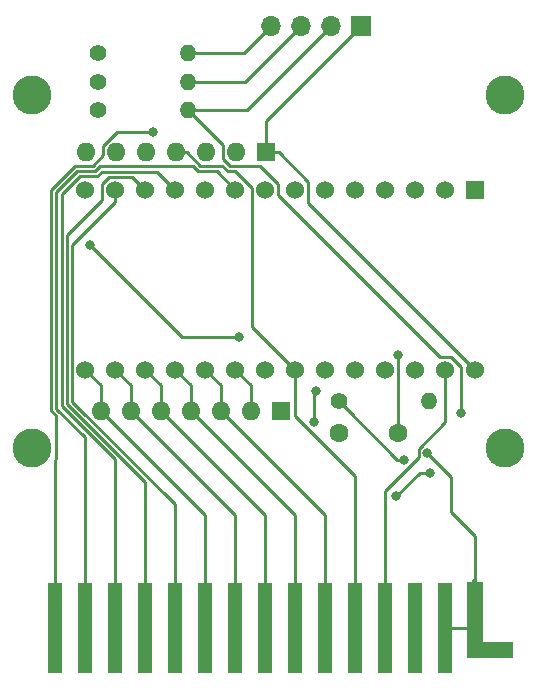
<source format=gbl>
G04 #@! TF.GenerationSoftware,KiCad,Pcbnew,(5.1.8)-1*
G04 #@! TF.CreationDate,2021-12-18T01:10:41-08:00*
G04 #@! TF.ProjectId,ensoniq-cartridge,656e736f-6e69-4712-9d63-617274726964,rev?*
G04 #@! TF.SameCoordinates,Original*
G04 #@! TF.FileFunction,Copper,L2,Bot*
G04 #@! TF.FilePolarity,Positive*
%FSLAX46Y46*%
G04 Gerber Fmt 4.6, Leading zero omitted, Abs format (unit mm)*
G04 Created by KiCad (PCBNEW (5.1.8)-1) date 2021-12-18 01:10:41*
%MOMM*%
%LPD*%
G01*
G04 APERTURE LIST*
G04 #@! TA.AperFunction,ComponentPad*
%ADD10R,1.524000X1.524000*%
G04 #@! TD*
G04 #@! TA.AperFunction,ComponentPad*
%ADD11C,1.524000*%
G04 #@! TD*
G04 #@! TA.AperFunction,ComponentPad*
%ADD12O,1.400000X1.400000*%
G04 #@! TD*
G04 #@! TA.AperFunction,ComponentPad*
%ADD13C,1.400000*%
G04 #@! TD*
G04 #@! TA.AperFunction,ComponentPad*
%ADD14C,1.600000*%
G04 #@! TD*
G04 #@! TA.AperFunction,ConnectorPad*
%ADD15C,0.100000*%
G04 #@! TD*
G04 #@! TA.AperFunction,ConnectorPad*
%ADD16R,1.270000X7.620000*%
G04 #@! TD*
G04 #@! TA.AperFunction,ComponentPad*
%ADD17O,1.700000X1.700000*%
G04 #@! TD*
G04 #@! TA.AperFunction,ComponentPad*
%ADD18R,1.700000X1.700000*%
G04 #@! TD*
G04 #@! TA.AperFunction,ComponentPad*
%ADD19R,1.600000X1.600000*%
G04 #@! TD*
G04 #@! TA.AperFunction,ComponentPad*
%ADD20O,1.600000X1.600000*%
G04 #@! TD*
G04 #@! TA.AperFunction,ViaPad*
%ADD21C,3.302000*%
G04 #@! TD*
G04 #@! TA.AperFunction,ViaPad*
%ADD22C,0.800000*%
G04 #@! TD*
G04 #@! TA.AperFunction,Conductor*
%ADD23C,0.250000*%
G04 #@! TD*
G04 APERTURE END LIST*
D10*
X137833100Y-92468700D03*
D11*
X135293100Y-92468700D03*
X132753100Y-92468700D03*
X130213100Y-92468700D03*
X127673100Y-92468700D03*
X125133100Y-92468700D03*
X122593100Y-92468700D03*
X120053100Y-92468700D03*
X117513100Y-92468700D03*
X114973100Y-92468700D03*
X112433100Y-92468700D03*
X109893100Y-92468700D03*
X107353100Y-92468700D03*
X104813100Y-92468700D03*
X104813100Y-107708700D03*
X107353100Y-107708700D03*
X109893100Y-107708700D03*
X112433100Y-107708700D03*
X114973100Y-107708700D03*
X117513100Y-107708700D03*
X120053100Y-107708700D03*
X122593100Y-107708700D03*
X125133100Y-107708700D03*
X127673100Y-107708700D03*
X130213100Y-107708700D03*
X132753100Y-107708700D03*
X135293100Y-107708700D03*
X137833100Y-107708700D03*
D12*
X113538000Y-83312000D03*
D13*
X105918000Y-83312000D03*
D12*
X113538000Y-80899000D03*
D13*
X105918000Y-80899000D03*
D12*
X113538000Y-85725000D03*
D13*
X105918000Y-85725000D03*
D14*
X131288800Y-113080800D03*
X126288800Y-113080800D03*
G04 #@! TA.AperFunction,ConnectorPad*
D15*
G36*
X138439755Y-125680961D02*
G01*
X138449134Y-125683806D01*
X138457779Y-125688427D01*
X138465355Y-125694645D01*
X138471573Y-125702221D01*
X138476194Y-125710866D01*
X138479039Y-125720245D01*
X138480000Y-125730000D01*
X138480000Y-130760000D01*
X140970000Y-130760000D01*
X140979755Y-130760961D01*
X140989134Y-130763806D01*
X140997779Y-130768427D01*
X141005355Y-130774645D01*
X141011573Y-130782221D01*
X141016194Y-130790866D01*
X141019039Y-130800245D01*
X141020000Y-130810000D01*
X141020000Y-132080000D01*
X141019039Y-132089755D01*
X141016194Y-132099134D01*
X141011573Y-132107779D01*
X141005355Y-132115355D01*
X140997779Y-132121573D01*
X140989134Y-132126194D01*
X140979755Y-132129039D01*
X140970000Y-132130000D01*
X137160000Y-132130000D01*
X137150245Y-132129039D01*
X137140866Y-132126194D01*
X137132221Y-132121573D01*
X137124645Y-132115355D01*
X137118427Y-132107779D01*
X137113806Y-132099134D01*
X137110961Y-132089755D01*
X137110000Y-132080000D01*
X137110000Y-125730000D01*
X137110961Y-125720245D01*
X137113806Y-125710866D01*
X137118427Y-125702221D01*
X137124645Y-125694645D01*
X137132221Y-125688427D01*
X137140866Y-125683806D01*
X137150245Y-125680961D01*
X137160000Y-125680000D01*
X138430000Y-125680000D01*
X138439755Y-125680961D01*
G37*
G04 #@! TD.AperFunction*
D16*
X135255000Y-129540000D03*
X132715000Y-129540000D03*
X130175000Y-129540000D03*
X127635000Y-129540000D03*
X125095000Y-129540000D03*
X122555000Y-129540000D03*
X120015000Y-129540000D03*
X117475000Y-129540000D03*
X114935000Y-129540000D03*
X112395000Y-129540000D03*
X109855000Y-129540000D03*
X107315000Y-129540000D03*
X104775000Y-129540000D03*
X102235000Y-129540000D03*
D12*
X133959600Y-110388400D03*
D13*
X126339600Y-110388400D03*
D17*
X120548400Y-78587600D03*
X123088400Y-78587600D03*
X125628400Y-78587600D03*
D18*
X128168400Y-78587600D03*
D19*
X121386600Y-111201200D03*
D20*
X118846600Y-111201200D03*
X116306600Y-111201200D03*
X113766600Y-111201200D03*
X111226600Y-111201200D03*
X108686600Y-111201200D03*
X106146600Y-111201200D03*
X104902000Y-89306400D03*
X107442000Y-89306400D03*
X109982000Y-89306400D03*
X112522000Y-89306400D03*
X115062000Y-89306400D03*
X117602000Y-89306400D03*
D19*
X120142000Y-89306400D03*
D21*
X140335000Y-114300000D03*
X100330000Y-84455000D03*
X100330000Y-114300000D03*
X140335000Y-84455000D03*
D22*
X105257600Y-97129600D03*
X117805200Y-104902000D03*
X131318000Y-106426000D03*
X133756400Y-114757200D03*
X131775200Y-115316000D03*
X124155200Y-112115600D03*
X124311550Y-109470368D03*
X110591600Y-87579200D03*
X131165600Y-118414800D03*
X133986467Y-116418987D03*
X136652000Y-111404400D03*
D23*
X135255000Y-129540000D02*
X135255000Y-127000000D01*
X137795000Y-129540000D02*
X137795000Y-126365000D01*
X137668000Y-129413000D02*
X137668000Y-125476000D01*
X137668000Y-129413000D02*
X137795000Y-129540000D01*
X135255000Y-129540000D02*
X137795000Y-129540000D01*
X113030000Y-104902000D02*
X117805200Y-104902000D01*
X105257600Y-97129600D02*
X113030000Y-104902000D01*
X131318000Y-106426000D02*
X131318000Y-113051600D01*
X131318000Y-113051600D02*
X131288800Y-113080800D01*
X137795000Y-129540000D02*
X137795000Y-121793000D01*
X135788400Y-119786400D02*
X135788400Y-116789200D01*
X137795000Y-121793000D02*
X135788400Y-119786400D01*
X135788400Y-116789200D02*
X133756400Y-114757200D01*
X120142000Y-86614000D02*
X128168400Y-78587600D01*
X120142000Y-89306400D02*
X120142000Y-86614000D01*
X123680101Y-93555701D02*
X137833100Y-107708700D01*
X123680101Y-91794501D02*
X123680101Y-93555701D01*
X121192000Y-89306400D02*
X123680101Y-91794501D01*
X120142000Y-89306400D02*
X121192000Y-89306400D01*
X118846600Y-109042200D02*
X117513100Y-107708700D01*
X118846600Y-111201200D02*
X118846600Y-109042200D01*
X127039599Y-111088399D02*
X126339600Y-110388400D01*
X131209515Y-115316000D02*
X127039599Y-111146084D01*
X131775200Y-115316000D02*
X131209515Y-115316000D01*
X127039599Y-111146084D02*
X127039599Y-111088399D01*
X124155200Y-109626718D02*
X124311550Y-109470368D01*
X124155200Y-112115600D02*
X124155200Y-109626718D01*
X112395000Y-129540000D02*
X112395000Y-119114602D01*
X112395000Y-119114602D02*
X103726099Y-110445701D01*
X103726099Y-110445701D02*
X103726099Y-97173331D01*
X103726099Y-97173331D02*
X107353100Y-93546330D01*
X107353100Y-93546330D02*
X107353100Y-92468700D01*
X103276088Y-110632101D02*
X103276088Y-96317112D01*
X109855000Y-129540000D02*
X109855000Y-117211013D01*
X109855000Y-117211013D02*
X103276088Y-110632101D01*
X103276088Y-96317112D02*
X106266099Y-93327101D01*
X108806099Y-91381699D02*
X109893100Y-92468700D01*
X106266099Y-93327101D02*
X106266099Y-91946939D01*
X106266099Y-91946939D02*
X106831339Y-91381699D01*
X106831339Y-91381699D02*
X108806099Y-91381699D01*
X107315000Y-129540000D02*
X107315000Y-115307417D01*
X106214535Y-90931689D02*
X110896089Y-90931689D01*
X105814801Y-91331423D02*
X106214535Y-90931689D01*
X104341615Y-91331423D02*
X105814801Y-91331423D01*
X102826082Y-92846956D02*
X104341615Y-91331423D01*
X110896089Y-90931689D02*
X112433100Y-92468700D01*
X102826081Y-110818498D02*
X102826082Y-92846956D01*
X107315000Y-115307417D02*
X102826081Y-110818498D01*
X107504198Y-87579200D02*
X110591600Y-87579200D01*
X103968817Y-90431401D02*
X105442001Y-90431401D01*
X106316999Y-88766399D02*
X107504198Y-87579200D01*
X101926059Y-111191299D02*
X101926062Y-92474155D01*
X102235000Y-129540000D02*
X102235000Y-115319482D01*
X102306001Y-111571244D02*
X101926059Y-111191299D01*
X101926062Y-92474155D02*
X103968817Y-90431401D01*
X102235000Y-115319482D02*
X102306001Y-115248481D01*
X102306001Y-115248481D02*
X102306001Y-111571244D01*
X106316999Y-89556403D02*
X106316999Y-88766399D01*
X105442001Y-90431401D02*
X106316999Y-89556403D01*
X104775000Y-129540000D02*
X104775000Y-126365000D01*
X115969209Y-90924809D02*
X117513100Y-92468700D01*
X114378997Y-90924809D02*
X115969209Y-90924809D01*
X104155216Y-90881412D02*
X105628401Y-90881412D01*
X102376070Y-111004899D02*
X102376072Y-92660555D01*
X106028134Y-90481678D02*
X113935866Y-90481678D01*
X104775000Y-129540000D02*
X104775000Y-113403829D01*
X105628401Y-90881412D02*
X106028134Y-90481678D01*
X104775000Y-113403829D02*
X102376070Y-111004899D01*
X102376072Y-92660555D02*
X104155216Y-90881412D01*
X113935866Y-90481678D02*
X114378997Y-90924809D01*
X127635000Y-116668402D02*
X122593100Y-111626502D01*
X127635000Y-129540000D02*
X127635000Y-116668402D01*
X122593100Y-111626502D02*
X122593100Y-107708700D01*
X118966099Y-92312937D02*
X118966099Y-104081699D01*
X116875599Y-90881412D02*
X117534574Y-90881412D01*
X113396998Y-89306400D02*
X114521999Y-90431401D01*
X116425589Y-90431401D02*
X116875599Y-90881412D01*
X112522000Y-89306400D02*
X113396998Y-89306400D01*
X118966099Y-104081699D02*
X122593100Y-107708700D01*
X114521999Y-90431401D02*
X116425589Y-90431401D01*
X117534574Y-90881412D02*
X118966099Y-92312937D01*
X114935000Y-119989600D02*
X106146600Y-111201200D01*
X114935000Y-129540000D02*
X114935000Y-119989600D01*
X106146600Y-109042200D02*
X104813100Y-107708700D01*
X106146600Y-111201200D02*
X106146600Y-109042200D01*
X117475000Y-119989600D02*
X108686600Y-111201200D01*
X117475000Y-129540000D02*
X117475000Y-119989600D01*
X108686600Y-109042200D02*
X107353100Y-107708700D01*
X108686600Y-111201200D02*
X108686600Y-109042200D01*
X120015000Y-119989600D02*
X111226600Y-111201200D01*
X120015000Y-129540000D02*
X120015000Y-119989600D01*
X111226600Y-109042200D02*
X109893100Y-107708700D01*
X111226600Y-111201200D02*
X111226600Y-109042200D01*
X122555000Y-119989600D02*
X113766600Y-111201200D01*
X122555000Y-129540000D02*
X122555000Y-119989600D01*
X113766600Y-109042200D02*
X112433100Y-107708700D01*
X113766600Y-111201200D02*
X113766600Y-109042200D01*
X125095000Y-129540000D02*
X125095000Y-130175000D01*
X116306600Y-109042200D02*
X114973100Y-107708700D01*
X116306600Y-111201200D02*
X116306600Y-109042200D01*
X125095000Y-129540000D02*
X125095000Y-119989600D01*
X125095000Y-119989600D02*
X116306600Y-111201200D01*
X118237000Y-80899000D02*
X120548400Y-78587600D01*
X113538000Y-80899000D02*
X118237000Y-80899000D01*
X118364000Y-83312000D02*
X123088400Y-78587600D01*
X113538000Y-83312000D02*
X118364000Y-83312000D01*
X118491000Y-85725000D02*
X125628400Y-78587600D01*
X113538000Y-85725000D02*
X118491000Y-85725000D01*
X131165600Y-118414800D02*
X133161413Y-116418987D01*
X133161413Y-116418987D02*
X133986467Y-116418987D01*
X136652000Y-107458838D02*
X136652000Y-111404400D01*
X135814861Y-106621699D02*
X136652000Y-107458838D01*
X121140101Y-92941641D02*
X134820158Y-106621699D01*
X116476999Y-89846401D02*
X117061999Y-90431401D01*
X116476999Y-88663999D02*
X116476999Y-89846401D01*
X134820158Y-106621699D02*
X135814861Y-106621699D01*
X113538000Y-85725000D02*
X116476999Y-88663999D01*
X121140101Y-91946939D02*
X121140101Y-92941641D01*
X119624563Y-90431401D02*
X121140101Y-91946939D01*
X117061999Y-90431401D02*
X119624563Y-90431401D01*
X135293100Y-112147496D02*
X135293100Y-107708700D01*
X130175000Y-129540000D02*
X130175000Y-117989202D01*
X130175000Y-117989202D02*
X133031398Y-115132804D01*
X133031398Y-114409198D02*
X135293100Y-112147496D01*
X133031398Y-115132804D02*
X133031398Y-114409198D01*
M02*

</source>
